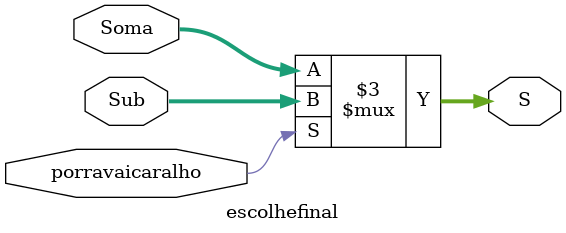
<source format=sv>
module conversorfodase(numero, S);
	input [7:0] numero;
	output [7:0] S;
	always @(*)	
		begin
			S = !numero + 1;
		end

endmodule

module escolhefinal(Soma, Sub, porravaicaralho, S);
	input [7:0] Soma;
	input [7:0] Sub;
	input porravaicaralho;
	output [7:0] S;
	
	always @(*)	
		begin
			if (porravaicaralho)
				S = Sub;
			else
				S = Soma;
		end

endmodule


</source>
